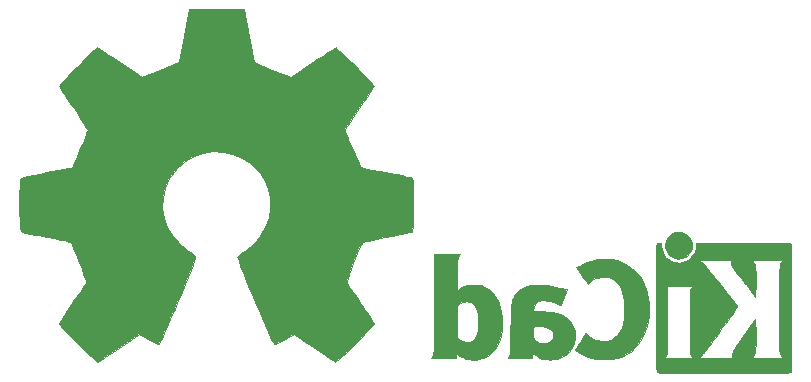
<source format=gbl>
G04 #@! TF.GenerationSoftware,KiCad,Pcbnew,(5.1.0)-1*
G04 #@! TF.CreationDate,2019-06-11T16:03:23-04:00*
G04 #@! TF.ProjectId,PSX_BREAKOUT_CASE,5053585f-4252-4454-914b-4f55545f4341,rev?*
G04 #@! TF.SameCoordinates,Original*
G04 #@! TF.FileFunction,Copper,L2,Bot*
G04 #@! TF.FilePolarity,Positive*
%FSLAX46Y46*%
G04 Gerber Fmt 4.6, Leading zero omitted, Abs format (unit mm)*
G04 Created by KiCad (PCBNEW (5.1.0)-1) date 2019-06-11 16:03:23*
%MOMM*%
%LPD*%
G04 APERTURE LIST*
%ADD10C,0.010000*%
G04 APERTURE END LIST*
D10*
G36*
X178777844Y-63319844D02*
G01*
X178572742Y-63390957D01*
X178381785Y-63502889D01*
X178211243Y-63655625D01*
X178067387Y-63849151D01*
X178002768Y-63971129D01*
X177946842Y-64141743D01*
X177919735Y-64338711D01*
X177922738Y-64541205D01*
X177956067Y-64724699D01*
X178047162Y-64948924D01*
X178179258Y-65143422D01*
X178345642Y-65304367D01*
X178539598Y-65427933D01*
X178754414Y-65510292D01*
X178983375Y-65547617D01*
X179219767Y-65536082D01*
X179336291Y-65511430D01*
X179563385Y-65423091D01*
X179765081Y-65288290D01*
X179936515Y-65111183D01*
X180072820Y-64895927D01*
X180084352Y-64872419D01*
X180124217Y-64784205D01*
X180149249Y-64709910D01*
X180162839Y-64631535D01*
X180168382Y-64531080D01*
X180169302Y-64421774D01*
X180167780Y-64290448D01*
X180160914Y-64195509D01*
X180145250Y-64118753D01*
X180117333Y-64041974D01*
X180082873Y-63966223D01*
X179954338Y-63751190D01*
X179796052Y-63577080D01*
X179614287Y-63443876D01*
X179415313Y-63351566D01*
X179205400Y-63300134D01*
X178990821Y-63289565D01*
X178777844Y-63319844D01*
X178777844Y-63319844D01*
G37*
X178777844Y-63319844D02*
X178572742Y-63390957D01*
X178381785Y-63502889D01*
X178211243Y-63655625D01*
X178067387Y-63849151D01*
X178002768Y-63971129D01*
X177946842Y-64141743D01*
X177919735Y-64338711D01*
X177922738Y-64541205D01*
X177956067Y-64724699D01*
X178047162Y-64948924D01*
X178179258Y-65143422D01*
X178345642Y-65304367D01*
X178539598Y-65427933D01*
X178754414Y-65510292D01*
X178983375Y-65547617D01*
X179219767Y-65536082D01*
X179336291Y-65511430D01*
X179563385Y-65423091D01*
X179765081Y-65288290D01*
X179936515Y-65111183D01*
X180072820Y-64895927D01*
X180084352Y-64872419D01*
X180124217Y-64784205D01*
X180149249Y-64709910D01*
X180162839Y-64631535D01*
X180168382Y-64531080D01*
X180169302Y-64421774D01*
X180167780Y-64290448D01*
X180160914Y-64195509D01*
X180145250Y-64118753D01*
X180117333Y-64041974D01*
X180082873Y-63966223D01*
X179954338Y-63751190D01*
X179796052Y-63577080D01*
X179614287Y-63443876D01*
X179415313Y-63351566D01*
X179205400Y-63300134D01*
X178990821Y-63289565D01*
X178777844Y-63319844D01*
G36*
X159744033Y-65150618D02*
G01*
X159511746Y-65151571D01*
X159432796Y-65152052D01*
X158347151Y-65159193D01*
X158333495Y-69324247D01*
X158331692Y-69889041D01*
X158330092Y-70401864D01*
X158328594Y-70865371D01*
X158327094Y-71282214D01*
X158325491Y-71655045D01*
X158323680Y-71986519D01*
X158321560Y-72279286D01*
X158319028Y-72536002D01*
X158315980Y-72759318D01*
X158312315Y-72951887D01*
X158307929Y-73116363D01*
X158302720Y-73255398D01*
X158296584Y-73371644D01*
X158289420Y-73467756D01*
X158281125Y-73546386D01*
X158271595Y-73610187D01*
X158260728Y-73661811D01*
X158248421Y-73703912D01*
X158234572Y-73739143D01*
X158219077Y-73770156D01*
X158201835Y-73799604D01*
X158182742Y-73830141D01*
X158161695Y-73864418D01*
X158157381Y-73871720D01*
X158085004Y-73995221D01*
X159131024Y-73988068D01*
X160177044Y-73980914D01*
X160190699Y-73751142D01*
X160198135Y-73640873D01*
X160205883Y-73577122D01*
X160216397Y-73551827D01*
X160232128Y-73556922D01*
X160245323Y-73571498D01*
X160302803Y-73624591D01*
X160396487Y-73692837D01*
X160513175Y-73768080D01*
X160639669Y-73842167D01*
X160762769Y-73906943D01*
X160857287Y-73949561D01*
X161078726Y-74019595D01*
X161332793Y-74069204D01*
X161600734Y-74096494D01*
X161863789Y-74099569D01*
X162103205Y-74076532D01*
X162107147Y-74075873D01*
X162434747Y-73993669D01*
X162741413Y-73862700D01*
X163024186Y-73685780D01*
X163280108Y-73465726D01*
X163506222Y-73205351D01*
X163699570Y-72907472D01*
X163857194Y-72574904D01*
X163943016Y-72328548D01*
X163999611Y-72122445D01*
X164041582Y-71922867D01*
X164070211Y-71717690D01*
X164086782Y-71494791D01*
X164092577Y-71242045D01*
X164090011Y-71035662D01*
X162074675Y-71035662D01*
X162065138Y-71381732D01*
X162035054Y-71679467D01*
X161983497Y-71931510D01*
X161909542Y-72140502D01*
X161812262Y-72309086D01*
X161690734Y-72439906D01*
X161550454Y-72532385D01*
X161477460Y-72566909D01*
X161414153Y-72587607D01*
X161343573Y-72597077D01*
X161248758Y-72597915D01*
X161146613Y-72594228D01*
X160945739Y-72576510D01*
X160786866Y-72541813D01*
X160736936Y-72524433D01*
X160622925Y-72473102D01*
X160502677Y-72408643D01*
X160450162Y-72376376D01*
X160313603Y-72286805D01*
X160313603Y-69447706D01*
X160463818Y-69357665D01*
X160673308Y-69255923D01*
X160887342Y-69195751D01*
X161098091Y-69176796D01*
X161297727Y-69198701D01*
X161478423Y-69261113D01*
X161632351Y-69363676D01*
X161682019Y-69412906D01*
X161801738Y-69574211D01*
X161898636Y-69769471D01*
X161973523Y-70002031D01*
X162027207Y-70275239D01*
X162060500Y-70592441D01*
X162074211Y-70956984D01*
X162074675Y-71035662D01*
X164090011Y-71035662D01*
X164088942Y-70949756D01*
X164065918Y-70500158D01*
X164019622Y-70094628D01*
X163948836Y-69727257D01*
X163852339Y-69392137D01*
X163728913Y-69083363D01*
X163684869Y-68991822D01*
X163507460Y-68693296D01*
X163293070Y-68428007D01*
X163046741Y-68200237D01*
X162773513Y-68014268D01*
X162478426Y-67874382D01*
X162301541Y-67816678D01*
X162127822Y-67782422D01*
X161918795Y-67762041D01*
X161691986Y-67755525D01*
X161464916Y-67762866D01*
X161255108Y-67784055D01*
X161086648Y-67817295D01*
X160886143Y-67882482D01*
X160691805Y-67966307D01*
X160521776Y-68060280D01*
X160431279Y-68124058D01*
X160368856Y-68171484D01*
X160325147Y-68200361D01*
X160315204Y-68204462D01*
X160312121Y-68178041D01*
X160309247Y-68102339D01*
X160306645Y-67982698D01*
X160304379Y-67824462D01*
X160302512Y-67632973D01*
X160301109Y-67413574D01*
X160300233Y-67171607D01*
X160299947Y-66925147D01*
X160300106Y-66609476D01*
X160300892Y-66343337D01*
X160302762Y-66121641D01*
X160306175Y-65939296D01*
X160311591Y-65791212D01*
X160319469Y-65672299D01*
X160330267Y-65577465D01*
X160344445Y-65501620D01*
X160362461Y-65439674D01*
X160384775Y-65386536D01*
X160411846Y-65337115D01*
X160444133Y-65286321D01*
X160448287Y-65280031D01*
X160489929Y-65214245D01*
X160515071Y-65169008D01*
X160518441Y-65159466D01*
X160492097Y-65156455D01*
X160416931Y-65154006D01*
X160298743Y-65152158D01*
X160143331Y-65150951D01*
X159956494Y-65150424D01*
X159744033Y-65150618D01*
X159744033Y-65150618D01*
G37*
X159744033Y-65150618D02*
X159511746Y-65151571D01*
X159432796Y-65152052D01*
X158347151Y-65159193D01*
X158333495Y-69324247D01*
X158331692Y-69889041D01*
X158330092Y-70401864D01*
X158328594Y-70865371D01*
X158327094Y-71282214D01*
X158325491Y-71655045D01*
X158323680Y-71986519D01*
X158321560Y-72279286D01*
X158319028Y-72536002D01*
X158315980Y-72759318D01*
X158312315Y-72951887D01*
X158307929Y-73116363D01*
X158302720Y-73255398D01*
X158296584Y-73371644D01*
X158289420Y-73467756D01*
X158281125Y-73546386D01*
X158271595Y-73610187D01*
X158260728Y-73661811D01*
X158248421Y-73703912D01*
X158234572Y-73739143D01*
X158219077Y-73770156D01*
X158201835Y-73799604D01*
X158182742Y-73830141D01*
X158161695Y-73864418D01*
X158157381Y-73871720D01*
X158085004Y-73995221D01*
X159131024Y-73988068D01*
X160177044Y-73980914D01*
X160190699Y-73751142D01*
X160198135Y-73640873D01*
X160205883Y-73577122D01*
X160216397Y-73551827D01*
X160232128Y-73556922D01*
X160245323Y-73571498D01*
X160302803Y-73624591D01*
X160396487Y-73692837D01*
X160513175Y-73768080D01*
X160639669Y-73842167D01*
X160762769Y-73906943D01*
X160857287Y-73949561D01*
X161078726Y-74019595D01*
X161332793Y-74069204D01*
X161600734Y-74096494D01*
X161863789Y-74099569D01*
X162103205Y-74076532D01*
X162107147Y-74075873D01*
X162434747Y-73993669D01*
X162741413Y-73862700D01*
X163024186Y-73685780D01*
X163280108Y-73465726D01*
X163506222Y-73205351D01*
X163699570Y-72907472D01*
X163857194Y-72574904D01*
X163943016Y-72328548D01*
X163999611Y-72122445D01*
X164041582Y-71922867D01*
X164070211Y-71717690D01*
X164086782Y-71494791D01*
X164092577Y-71242045D01*
X164090011Y-71035662D01*
X162074675Y-71035662D01*
X162065138Y-71381732D01*
X162035054Y-71679467D01*
X161983497Y-71931510D01*
X161909542Y-72140502D01*
X161812262Y-72309086D01*
X161690734Y-72439906D01*
X161550454Y-72532385D01*
X161477460Y-72566909D01*
X161414153Y-72587607D01*
X161343573Y-72597077D01*
X161248758Y-72597915D01*
X161146613Y-72594228D01*
X160945739Y-72576510D01*
X160786866Y-72541813D01*
X160736936Y-72524433D01*
X160622925Y-72473102D01*
X160502677Y-72408643D01*
X160450162Y-72376376D01*
X160313603Y-72286805D01*
X160313603Y-69447706D01*
X160463818Y-69357665D01*
X160673308Y-69255923D01*
X160887342Y-69195751D01*
X161098091Y-69176796D01*
X161297727Y-69198701D01*
X161478423Y-69261113D01*
X161632351Y-69363676D01*
X161682019Y-69412906D01*
X161801738Y-69574211D01*
X161898636Y-69769471D01*
X161973523Y-70002031D01*
X162027207Y-70275239D01*
X162060500Y-70592441D01*
X162074211Y-70956984D01*
X162074675Y-71035662D01*
X164090011Y-71035662D01*
X164088942Y-70949756D01*
X164065918Y-70500158D01*
X164019622Y-70094628D01*
X163948836Y-69727257D01*
X163852339Y-69392137D01*
X163728913Y-69083363D01*
X163684869Y-68991822D01*
X163507460Y-68693296D01*
X163293070Y-68428007D01*
X163046741Y-68200237D01*
X162773513Y-68014268D01*
X162478426Y-67874382D01*
X162301541Y-67816678D01*
X162127822Y-67782422D01*
X161918795Y-67762041D01*
X161691986Y-67755525D01*
X161464916Y-67762866D01*
X161255108Y-67784055D01*
X161086648Y-67817295D01*
X160886143Y-67882482D01*
X160691805Y-67966307D01*
X160521776Y-68060280D01*
X160431279Y-68124058D01*
X160368856Y-68171484D01*
X160325147Y-68200361D01*
X160315204Y-68204462D01*
X160312121Y-68178041D01*
X160309247Y-68102339D01*
X160306645Y-67982698D01*
X160304379Y-67824462D01*
X160302512Y-67632973D01*
X160301109Y-67413574D01*
X160300233Y-67171607D01*
X160299947Y-66925147D01*
X160300106Y-66609476D01*
X160300892Y-66343337D01*
X160302762Y-66121641D01*
X160306175Y-65939296D01*
X160311591Y-65791212D01*
X160319469Y-65672299D01*
X160330267Y-65577465D01*
X160344445Y-65501620D01*
X160362461Y-65439674D01*
X160384775Y-65386536D01*
X160411846Y-65337115D01*
X160444133Y-65286321D01*
X160448287Y-65280031D01*
X160489929Y-65214245D01*
X160515071Y-65169008D01*
X160518441Y-65159466D01*
X160492097Y-65156455D01*
X160416931Y-65154006D01*
X160298743Y-65152158D01*
X160143331Y-65150951D01*
X159956494Y-65150424D01*
X159744033Y-65150618D01*
G36*
X167054049Y-67751368D02*
G01*
X166918728Y-67761611D01*
X166531558Y-67813122D01*
X166188679Y-67895283D01*
X165888420Y-68009222D01*
X165629112Y-68156072D01*
X165409084Y-68336962D01*
X165226666Y-68553022D01*
X165080189Y-68805384D01*
X164973229Y-69078441D01*
X164946079Y-69165541D01*
X164922436Y-69247107D01*
X164902023Y-69327529D01*
X164884561Y-69411199D01*
X164869770Y-69502508D01*
X164857373Y-69605847D01*
X164847089Y-69725609D01*
X164838642Y-69866183D01*
X164831752Y-70031962D01*
X164826139Y-70227336D01*
X164821527Y-70456698D01*
X164817635Y-70724437D01*
X164814185Y-71034947D01*
X164810898Y-71392618D01*
X164808549Y-71673064D01*
X164792742Y-73598548D01*
X164690323Y-73783843D01*
X164641825Y-73873111D01*
X164605734Y-73942448D01*
X164588517Y-73979354D01*
X164587904Y-73981854D01*
X164614220Y-73984715D01*
X164689189Y-73987351D01*
X164806839Y-73989689D01*
X164961200Y-73991653D01*
X165146300Y-73993170D01*
X165356168Y-73994165D01*
X165584833Y-73994565D01*
X165612097Y-73994570D01*
X166636291Y-73994570D01*
X166636291Y-73762419D01*
X166638037Y-73657507D01*
X166642698Y-73577271D01*
X166649404Y-73534251D01*
X166652368Y-73530269D01*
X166679477Y-73546950D01*
X166735269Y-73590731D01*
X166807785Y-73652216D01*
X166809411Y-73653638D01*
X166941743Y-73752160D01*
X167108867Y-73851089D01*
X167291900Y-73940706D01*
X167471957Y-74011293D01*
X167551237Y-74035414D01*
X167709009Y-74066051D01*
X167902603Y-74085602D01*
X168114296Y-74093787D01*
X168326368Y-74090327D01*
X168521096Y-74074945D01*
X168657366Y-74052811D01*
X168991546Y-73954676D01*
X169292397Y-73814819D01*
X169557961Y-73634974D01*
X169786279Y-73416876D01*
X169975394Y-73162261D01*
X170123347Y-72872864D01*
X170187175Y-72697258D01*
X170227177Y-72526576D01*
X170253687Y-72321678D01*
X170265953Y-72101464D01*
X170265550Y-72069420D01*
X168418388Y-72069420D01*
X168403070Y-72233053D01*
X168352065Y-72369042D01*
X168257796Y-72495208D01*
X168221589Y-72532203D01*
X168092880Y-72632221D01*
X167944115Y-72696294D01*
X167765887Y-72727309D01*
X167578202Y-72729593D01*
X167400186Y-72714514D01*
X167263888Y-72685021D01*
X167204694Y-72662869D01*
X167098005Y-72602496D01*
X166984963Y-72517589D01*
X166881825Y-72422295D01*
X166804849Y-72330760D01*
X166784409Y-72297181D01*
X166768519Y-72250157D01*
X166757222Y-72175333D01*
X166749991Y-72065560D01*
X166746300Y-71913692D01*
X166745538Y-71769155D01*
X166746054Y-71600644D01*
X166748140Y-71478799D01*
X166752598Y-71395666D01*
X166760235Y-71343292D01*
X166771854Y-71313726D01*
X166788260Y-71299013D01*
X166793334Y-71296670D01*
X166837430Y-71289453D01*
X166924400Y-71283550D01*
X167042500Y-71279493D01*
X167179986Y-71277815D01*
X167209839Y-71277813D01*
X167393614Y-71280746D01*
X167535593Y-71289469D01*
X167648409Y-71305177D01*
X167741598Y-71328118D01*
X167972754Y-71415535D01*
X168154027Y-71523010D01*
X168286986Y-71652262D01*
X168373199Y-71805010D01*
X168414238Y-71982972D01*
X168418388Y-72069420D01*
X170265550Y-72069420D01*
X170263224Y-71884834D01*
X170244748Y-71690689D01*
X170230336Y-71612252D01*
X170138310Y-71321017D01*
X169998377Y-71053054D01*
X169813177Y-70810932D01*
X169585352Y-70597221D01*
X169317543Y-70414492D01*
X169012393Y-70265314D01*
X168752957Y-70174727D01*
X168579566Y-70127136D01*
X168413718Y-70090155D01*
X168244671Y-70062585D01*
X168061683Y-70043224D01*
X167854011Y-70030871D01*
X167610913Y-70024326D01*
X167391128Y-70022483D01*
X166739406Y-70020699D01*
X166751891Y-69824798D01*
X166787343Y-69612243D01*
X166862759Y-69429543D01*
X166974927Y-69281262D01*
X167120636Y-69171960D01*
X167248936Y-69118624D01*
X167432765Y-69085010D01*
X167651606Y-69080183D01*
X167895200Y-69102363D01*
X168153290Y-69149772D01*
X168415615Y-69220629D01*
X168671918Y-69313155D01*
X168858176Y-69397778D01*
X168947789Y-69441231D01*
X169016142Y-69471580D01*
X169050903Y-69483423D01*
X169052789Y-69483043D01*
X169064785Y-69456518D01*
X169094738Y-69386210D01*
X169139830Y-69278855D01*
X169197243Y-69141190D01*
X169264158Y-68979949D01*
X169332176Y-68815395D01*
X169604103Y-68156328D01*
X169410681Y-68124559D01*
X169326846Y-68108619D01*
X169200817Y-68081847D01*
X169043392Y-68046673D01*
X168865367Y-68005528D01*
X168677537Y-67960842D01*
X168602742Y-67942683D01*
X168279162Y-67867631D01*
X167995868Y-67811362D01*
X167742285Y-67772738D01*
X167507838Y-67750623D01*
X167281951Y-67743878D01*
X167054049Y-67751368D01*
X167054049Y-67751368D01*
G37*
X167054049Y-67751368D02*
X166918728Y-67761611D01*
X166531558Y-67813122D01*
X166188679Y-67895283D01*
X165888420Y-68009222D01*
X165629112Y-68156072D01*
X165409084Y-68336962D01*
X165226666Y-68553022D01*
X165080189Y-68805384D01*
X164973229Y-69078441D01*
X164946079Y-69165541D01*
X164922436Y-69247107D01*
X164902023Y-69327529D01*
X164884561Y-69411199D01*
X164869770Y-69502508D01*
X164857373Y-69605847D01*
X164847089Y-69725609D01*
X164838642Y-69866183D01*
X164831752Y-70031962D01*
X164826139Y-70227336D01*
X164821527Y-70456698D01*
X164817635Y-70724437D01*
X164814185Y-71034947D01*
X164810898Y-71392618D01*
X164808549Y-71673064D01*
X164792742Y-73598548D01*
X164690323Y-73783843D01*
X164641825Y-73873111D01*
X164605734Y-73942448D01*
X164588517Y-73979354D01*
X164587904Y-73981854D01*
X164614220Y-73984715D01*
X164689189Y-73987351D01*
X164806839Y-73989689D01*
X164961200Y-73991653D01*
X165146300Y-73993170D01*
X165356168Y-73994165D01*
X165584833Y-73994565D01*
X165612097Y-73994570D01*
X166636291Y-73994570D01*
X166636291Y-73762419D01*
X166638037Y-73657507D01*
X166642698Y-73577271D01*
X166649404Y-73534251D01*
X166652368Y-73530269D01*
X166679477Y-73546950D01*
X166735269Y-73590731D01*
X166807785Y-73652216D01*
X166809411Y-73653638D01*
X166941743Y-73752160D01*
X167108867Y-73851089D01*
X167291900Y-73940706D01*
X167471957Y-74011293D01*
X167551237Y-74035414D01*
X167709009Y-74066051D01*
X167902603Y-74085602D01*
X168114296Y-74093787D01*
X168326368Y-74090327D01*
X168521096Y-74074945D01*
X168657366Y-74052811D01*
X168991546Y-73954676D01*
X169292397Y-73814819D01*
X169557961Y-73634974D01*
X169786279Y-73416876D01*
X169975394Y-73162261D01*
X170123347Y-72872864D01*
X170187175Y-72697258D01*
X170227177Y-72526576D01*
X170253687Y-72321678D01*
X170265953Y-72101464D01*
X170265550Y-72069420D01*
X168418388Y-72069420D01*
X168403070Y-72233053D01*
X168352065Y-72369042D01*
X168257796Y-72495208D01*
X168221589Y-72532203D01*
X168092880Y-72632221D01*
X167944115Y-72696294D01*
X167765887Y-72727309D01*
X167578202Y-72729593D01*
X167400186Y-72714514D01*
X167263888Y-72685021D01*
X167204694Y-72662869D01*
X167098005Y-72602496D01*
X166984963Y-72517589D01*
X166881825Y-72422295D01*
X166804849Y-72330760D01*
X166784409Y-72297181D01*
X166768519Y-72250157D01*
X166757222Y-72175333D01*
X166749991Y-72065560D01*
X166746300Y-71913692D01*
X166745538Y-71769155D01*
X166746054Y-71600644D01*
X166748140Y-71478799D01*
X166752598Y-71395666D01*
X166760235Y-71343292D01*
X166771854Y-71313726D01*
X166788260Y-71299013D01*
X166793334Y-71296670D01*
X166837430Y-71289453D01*
X166924400Y-71283550D01*
X167042500Y-71279493D01*
X167179986Y-71277815D01*
X167209839Y-71277813D01*
X167393614Y-71280746D01*
X167535593Y-71289469D01*
X167648409Y-71305177D01*
X167741598Y-71328118D01*
X167972754Y-71415535D01*
X168154027Y-71523010D01*
X168286986Y-71652262D01*
X168373199Y-71805010D01*
X168414238Y-71982972D01*
X168418388Y-72069420D01*
X170265550Y-72069420D01*
X170263224Y-71884834D01*
X170244748Y-71690689D01*
X170230336Y-71612252D01*
X170138310Y-71321017D01*
X169998377Y-71053054D01*
X169813177Y-70810932D01*
X169585352Y-70597221D01*
X169317543Y-70414492D01*
X169012393Y-70265314D01*
X168752957Y-70174727D01*
X168579566Y-70127136D01*
X168413718Y-70090155D01*
X168244671Y-70062585D01*
X168061683Y-70043224D01*
X167854011Y-70030871D01*
X167610913Y-70024326D01*
X167391128Y-70022483D01*
X166739406Y-70020699D01*
X166751891Y-69824798D01*
X166787343Y-69612243D01*
X166862759Y-69429543D01*
X166974927Y-69281262D01*
X167120636Y-69171960D01*
X167248936Y-69118624D01*
X167432765Y-69085010D01*
X167651606Y-69080183D01*
X167895200Y-69102363D01*
X168153290Y-69149772D01*
X168415615Y-69220629D01*
X168671918Y-69313155D01*
X168858176Y-69397778D01*
X168947789Y-69441231D01*
X169016142Y-69471580D01*
X169050903Y-69483423D01*
X169052789Y-69483043D01*
X169064785Y-69456518D01*
X169094738Y-69386210D01*
X169139830Y-69278855D01*
X169197243Y-69141190D01*
X169264158Y-68979949D01*
X169332176Y-68815395D01*
X169604103Y-68156328D01*
X169410681Y-68124559D01*
X169326846Y-68108619D01*
X169200817Y-68081847D01*
X169043392Y-68046673D01*
X168865367Y-68005528D01*
X168677537Y-67960842D01*
X168602742Y-67942683D01*
X168279162Y-67867631D01*
X167995868Y-67811362D01*
X167742285Y-67772738D01*
X167507838Y-67750623D01*
X167281951Y-67743878D01*
X167054049Y-67751368D01*
G36*
X172479807Y-65555777D02*
G01*
X172185294Y-65588019D01*
X171899961Y-65645729D01*
X171612200Y-65731917D01*
X171310404Y-65849593D01*
X170982966Y-66001767D01*
X170923999Y-66031243D01*
X170788676Y-66097910D01*
X170661049Y-66157939D01*
X170553713Y-66205599D01*
X170479264Y-66235155D01*
X170467827Y-66238876D01*
X170358226Y-66271714D01*
X170848845Y-66985453D01*
X170968794Y-67159895D01*
X171078461Y-67319270D01*
X171174117Y-67458168D01*
X171252031Y-67571178D01*
X171308475Y-67652890D01*
X171339719Y-67697891D01*
X171344795Y-67705018D01*
X171365412Y-67690117D01*
X171416161Y-67645320D01*
X171487966Y-67578765D01*
X171527594Y-67541147D01*
X171752118Y-67362568D01*
X172004274Y-67226868D01*
X172221560Y-67152537D01*
X172351993Y-67129193D01*
X172515307Y-67114967D01*
X172692293Y-67110124D01*
X172863744Y-67114926D01*
X173010452Y-67129638D01*
X173068993Y-67140905D01*
X173332853Y-67231685D01*
X173570622Y-67370296D01*
X173782124Y-67556485D01*
X173967184Y-67789999D01*
X174125625Y-68070584D01*
X174257271Y-68397987D01*
X174361946Y-68771955D01*
X174424155Y-69092097D01*
X174440386Y-69233426D01*
X174451444Y-69416004D01*
X174457437Y-69626709D01*
X174458473Y-69852422D01*
X174454657Y-70080022D01*
X174446097Y-70296389D01*
X174432899Y-70488402D01*
X174415170Y-70642943D01*
X174411333Y-70666786D01*
X174326749Y-71050860D01*
X174211505Y-71390783D01*
X174064897Y-71688078D01*
X173886226Y-71944268D01*
X173759400Y-72082775D01*
X173531475Y-72270828D01*
X173281512Y-72410220D01*
X173013730Y-72500195D01*
X172732344Y-72539994D01*
X172441571Y-72528857D01*
X172145627Y-72466026D01*
X171970660Y-72404547D01*
X171728534Y-72281436D01*
X171478980Y-72104837D01*
X171339191Y-71985412D01*
X171260699Y-71916291D01*
X171199030Y-71865579D01*
X171163928Y-71841144D01*
X171159570Y-71840398D01*
X171143903Y-71865367D01*
X171103308Y-71931348D01*
X171041243Y-72032685D01*
X170961167Y-72163721D01*
X170866538Y-72318800D01*
X170760814Y-72492265D01*
X170701967Y-72588896D01*
X170252474Y-73327201D01*
X170813683Y-73604549D01*
X171016596Y-73704172D01*
X171180973Y-73782729D01*
X171316861Y-73844122D01*
X171434309Y-73892253D01*
X171543364Y-73931023D01*
X171654074Y-73964333D01*
X171776487Y-73996086D01*
X171893818Y-74023969D01*
X171998105Y-74045546D01*
X172107168Y-74061851D01*
X172231927Y-74073791D01*
X172383297Y-74082270D01*
X172572199Y-74088192D01*
X172699517Y-74090749D01*
X172881177Y-74092494D01*
X173055367Y-74091614D01*
X173210557Y-74088360D01*
X173335223Y-74082984D01*
X173417834Y-74075735D01*
X173422730Y-74075012D01*
X173851709Y-73982205D01*
X174254551Y-73841449D01*
X174631112Y-73652839D01*
X174981252Y-73416466D01*
X175304828Y-73132424D01*
X175601700Y-72800805D01*
X175816701Y-72506075D01*
X176045589Y-72120298D01*
X176230611Y-71712895D01*
X176372662Y-71280600D01*
X176472636Y-70820146D01*
X176531428Y-70328267D01*
X176549951Y-69828799D01*
X176534717Y-69345634D01*
X176486844Y-68899842D01*
X176404811Y-68483905D01*
X176287097Y-68090304D01*
X176132181Y-67711518D01*
X176113683Y-67672275D01*
X175909894Y-67305440D01*
X175659598Y-66956360D01*
X175369885Y-66632260D01*
X175047846Y-66340366D01*
X174700574Y-66087904D01*
X174376987Y-65902714D01*
X174050096Y-65757670D01*
X173722511Y-65652603D01*
X173381552Y-65584653D01*
X173014535Y-65550960D01*
X172795108Y-65545992D01*
X172479807Y-65555777D01*
X172479807Y-65555777D01*
G37*
X172479807Y-65555777D02*
X172185294Y-65588019D01*
X171899961Y-65645729D01*
X171612200Y-65731917D01*
X171310404Y-65849593D01*
X170982966Y-66001767D01*
X170923999Y-66031243D01*
X170788676Y-66097910D01*
X170661049Y-66157939D01*
X170553713Y-66205599D01*
X170479264Y-66235155D01*
X170467827Y-66238876D01*
X170358226Y-66271714D01*
X170848845Y-66985453D01*
X170968794Y-67159895D01*
X171078461Y-67319270D01*
X171174117Y-67458168D01*
X171252031Y-67571178D01*
X171308475Y-67652890D01*
X171339719Y-67697891D01*
X171344795Y-67705018D01*
X171365412Y-67690117D01*
X171416161Y-67645320D01*
X171487966Y-67578765D01*
X171527594Y-67541147D01*
X171752118Y-67362568D01*
X172004274Y-67226868D01*
X172221560Y-67152537D01*
X172351993Y-67129193D01*
X172515307Y-67114967D01*
X172692293Y-67110124D01*
X172863744Y-67114926D01*
X173010452Y-67129638D01*
X173068993Y-67140905D01*
X173332853Y-67231685D01*
X173570622Y-67370296D01*
X173782124Y-67556485D01*
X173967184Y-67789999D01*
X174125625Y-68070584D01*
X174257271Y-68397987D01*
X174361946Y-68771955D01*
X174424155Y-69092097D01*
X174440386Y-69233426D01*
X174451444Y-69416004D01*
X174457437Y-69626709D01*
X174458473Y-69852422D01*
X174454657Y-70080022D01*
X174446097Y-70296389D01*
X174432899Y-70488402D01*
X174415170Y-70642943D01*
X174411333Y-70666786D01*
X174326749Y-71050860D01*
X174211505Y-71390783D01*
X174064897Y-71688078D01*
X173886226Y-71944268D01*
X173759400Y-72082775D01*
X173531475Y-72270828D01*
X173281512Y-72410220D01*
X173013730Y-72500195D01*
X172732344Y-72539994D01*
X172441571Y-72528857D01*
X172145627Y-72466026D01*
X171970660Y-72404547D01*
X171728534Y-72281436D01*
X171478980Y-72104837D01*
X171339191Y-71985412D01*
X171260699Y-71916291D01*
X171199030Y-71865579D01*
X171163928Y-71841144D01*
X171159570Y-71840398D01*
X171143903Y-71865367D01*
X171103308Y-71931348D01*
X171041243Y-72032685D01*
X170961167Y-72163721D01*
X170866538Y-72318800D01*
X170760814Y-72492265D01*
X170701967Y-72588896D01*
X170252474Y-73327201D01*
X170813683Y-73604549D01*
X171016596Y-73704172D01*
X171180973Y-73782729D01*
X171316861Y-73844122D01*
X171434309Y-73892253D01*
X171543364Y-73931023D01*
X171654074Y-73964333D01*
X171776487Y-73996086D01*
X171893818Y-74023969D01*
X171998105Y-74045546D01*
X172107168Y-74061851D01*
X172231927Y-74073791D01*
X172383297Y-74082270D01*
X172572199Y-74088192D01*
X172699517Y-74090749D01*
X172881177Y-74092494D01*
X173055367Y-74091614D01*
X173210557Y-74088360D01*
X173335223Y-74082984D01*
X173417834Y-74075735D01*
X173422730Y-74075012D01*
X173851709Y-73982205D01*
X174254551Y-73841449D01*
X174631112Y-73652839D01*
X174981252Y-73416466D01*
X175304828Y-73132424D01*
X175601700Y-72800805D01*
X175816701Y-72506075D01*
X176045589Y-72120298D01*
X176230611Y-71712895D01*
X176372662Y-71280600D01*
X176472636Y-70820146D01*
X176531428Y-70328267D01*
X176549951Y-69828799D01*
X176534717Y-69345634D01*
X176486844Y-68899842D01*
X176404811Y-68483905D01*
X176287097Y-68090304D01*
X176132181Y-67711518D01*
X176113683Y-67672275D01*
X175909894Y-67305440D01*
X175659598Y-66956360D01*
X175369885Y-66632260D01*
X175047846Y-66340366D01*
X174700574Y-66087904D01*
X174376987Y-65902714D01*
X174050096Y-65757670D01*
X173722511Y-65652603D01*
X173381552Y-65584653D01*
X173014535Y-65550960D01*
X172795108Y-65545992D01*
X172479807Y-65555777D01*
G36*
X185202446Y-64189541D02*
G01*
X184676244Y-64189613D01*
X184431303Y-64189623D01*
X180510699Y-64189623D01*
X180510699Y-64420734D01*
X180486032Y-64701976D01*
X180411584Y-64961359D01*
X180286686Y-65200424D01*
X180110670Y-65420714D01*
X180051118Y-65480210D01*
X179836895Y-65648971D01*
X179600690Y-65772052D01*
X179349517Y-65849510D01*
X179090393Y-65881399D01*
X178830333Y-65867776D01*
X178576353Y-65808697D01*
X178335469Y-65704217D01*
X178114696Y-65554393D01*
X178015543Y-65464001D01*
X177830773Y-65242376D01*
X177695284Y-64998661D01*
X177610256Y-64735643D01*
X177576872Y-64456106D01*
X177576428Y-64428606D01*
X177574678Y-64189632D01*
X177469645Y-64189628D01*
X177376470Y-64202273D01*
X177291356Y-64233040D01*
X177285731Y-64236219D01*
X177266508Y-64246194D01*
X177248855Y-64253962D01*
X177232708Y-64261787D01*
X177218005Y-64271930D01*
X177204681Y-64286655D01*
X177192672Y-64308225D01*
X177181915Y-64338901D01*
X177172346Y-64380947D01*
X177163901Y-64436626D01*
X177156516Y-64508199D01*
X177150127Y-64597930D01*
X177144671Y-64708082D01*
X177140084Y-64840916D01*
X177136302Y-64998696D01*
X177133260Y-65183684D01*
X177130897Y-65398144D01*
X177129147Y-65644337D01*
X177127947Y-65924527D01*
X177127232Y-66240975D01*
X177126940Y-66595946D01*
X177127007Y-66991700D01*
X177127368Y-67430502D01*
X177127960Y-67914614D01*
X177128719Y-68446298D01*
X177129581Y-69027817D01*
X177130482Y-69661433D01*
X177130587Y-69738629D01*
X177131395Y-70376287D01*
X177132081Y-70961582D01*
X177132717Y-71496778D01*
X177133376Y-71984136D01*
X177134131Y-72425917D01*
X177135053Y-72824382D01*
X177136216Y-73181795D01*
X177137693Y-73500415D01*
X177139555Y-73782506D01*
X177141876Y-74030328D01*
X177144729Y-74246143D01*
X177148185Y-74432213D01*
X177152318Y-74590800D01*
X177157200Y-74724164D01*
X177162904Y-74834569D01*
X177169502Y-74924275D01*
X177177068Y-74995544D01*
X177185673Y-75050638D01*
X177195390Y-75091818D01*
X177206293Y-75121346D01*
X177218453Y-75141484D01*
X177231943Y-75154493D01*
X177246837Y-75162636D01*
X177263206Y-75168173D01*
X177281123Y-75173366D01*
X177300661Y-75180477D01*
X177305434Y-75182642D01*
X177320434Y-75187506D01*
X177345541Y-75191976D01*
X177382946Y-75196066D01*
X177434842Y-75199793D01*
X177503420Y-75203173D01*
X177590873Y-75206221D01*
X177699394Y-75208954D01*
X177831174Y-75211387D01*
X177988406Y-75213537D01*
X178173281Y-75215419D01*
X178387993Y-75217049D01*
X178634734Y-75218443D01*
X178915694Y-75219617D01*
X179233068Y-75220587D01*
X179589047Y-75221369D01*
X179985822Y-75221979D01*
X180425588Y-75222432D01*
X180910535Y-75222745D01*
X181442856Y-75222934D01*
X182024743Y-75223013D01*
X182658389Y-75223000D01*
X182863644Y-75222980D01*
X183511347Y-75222876D01*
X184106644Y-75222706D01*
X184651755Y-75222453D01*
X185148897Y-75222098D01*
X185600290Y-75221626D01*
X186008151Y-75221018D01*
X186374700Y-75220258D01*
X186702154Y-75219327D01*
X186992732Y-75218209D01*
X187248652Y-75216886D01*
X187472133Y-75215341D01*
X187665394Y-75213557D01*
X187830652Y-75211516D01*
X187970127Y-75209201D01*
X188086037Y-75206594D01*
X188180600Y-75203678D01*
X188256034Y-75200436D01*
X188314558Y-75196851D01*
X188358391Y-75192905D01*
X188389752Y-75188581D01*
X188410857Y-75183862D01*
X188422363Y-75179540D01*
X188442812Y-75170916D01*
X188461587Y-75164557D01*
X188478760Y-75158203D01*
X188494402Y-75149597D01*
X188508584Y-75136480D01*
X188521377Y-75116594D01*
X188532852Y-75087679D01*
X188543080Y-75047479D01*
X188552133Y-74993733D01*
X188560080Y-74924185D01*
X188566994Y-74836574D01*
X188572945Y-74728644D01*
X188578005Y-74598135D01*
X188582245Y-74442789D01*
X188585735Y-74260348D01*
X188588547Y-74048553D01*
X188589283Y-73967258D01*
X187860361Y-73967258D01*
X185283987Y-73967258D01*
X185333561Y-73892150D01*
X185382878Y-73814968D01*
X185424640Y-73741469D01*
X185459441Y-73666512D01*
X185487877Y-73584953D01*
X185510540Y-73491648D01*
X185528025Y-73381453D01*
X185540926Y-73249225D01*
X185549837Y-73089820D01*
X185555352Y-72898095D01*
X185558064Y-72668907D01*
X185558569Y-72397112D01*
X185557459Y-72077566D01*
X185556830Y-71958932D01*
X185549732Y-70687123D01*
X184744033Y-71784010D01*
X184515779Y-72095183D01*
X184318025Y-72366143D01*
X184148635Y-72600478D01*
X184005473Y-72801780D01*
X183886405Y-72973637D01*
X183789295Y-73119640D01*
X183712007Y-73243378D01*
X183652407Y-73348441D01*
X183608359Y-73438420D01*
X183577728Y-73516903D01*
X183558378Y-73587480D01*
X183548175Y-73653742D01*
X183544983Y-73719277D01*
X183546667Y-73787677D01*
X183547097Y-73796274D01*
X183555968Y-73967372D01*
X182144236Y-73967315D01*
X180732505Y-73967258D01*
X180942516Y-73755500D01*
X180999504Y-73697582D01*
X181053566Y-73641225D01*
X181107076Y-73583322D01*
X181162404Y-73520764D01*
X181221925Y-73450443D01*
X181288011Y-73369251D01*
X181363034Y-73274081D01*
X181449367Y-73161823D01*
X181549383Y-73029370D01*
X181665454Y-72873614D01*
X181799952Y-72691446D01*
X181955251Y-72479760D01*
X182133722Y-72235446D01*
X182337740Y-71955397D01*
X182569675Y-71636504D01*
X182759782Y-71374920D01*
X182998372Y-71046292D01*
X183206508Y-70758957D01*
X183386075Y-70510187D01*
X183538957Y-70297254D01*
X183667041Y-70117430D01*
X183772212Y-69967986D01*
X183856355Y-69846196D01*
X183921357Y-69749331D01*
X183969103Y-69674662D01*
X184001477Y-69619463D01*
X184020366Y-69581004D01*
X184027655Y-69556559D01*
X184025464Y-69543706D01*
X183998913Y-69509504D01*
X183941508Y-69437108D01*
X183856713Y-69330820D01*
X183747992Y-69194945D01*
X183618808Y-69033784D01*
X183472626Y-68851643D01*
X183312909Y-68652822D01*
X183143121Y-68441627D01*
X182966726Y-68222359D01*
X182787187Y-67999323D01*
X182688435Y-67876720D01*
X180236548Y-67876720D01*
X180032742Y-68245430D01*
X180032742Y-73598548D01*
X180236548Y-73967258D01*
X179031111Y-73967258D01*
X178743341Y-73967174D01*
X178505647Y-73966797D01*
X178313482Y-73965935D01*
X178162298Y-73964400D01*
X178047548Y-73962000D01*
X177964685Y-73958546D01*
X177909162Y-73953849D01*
X177876430Y-73947717D01*
X177861943Y-73939961D01*
X177861153Y-73930391D01*
X177869513Y-73918817D01*
X177869599Y-73918721D01*
X177904036Y-73868907D01*
X177949637Y-73787910D01*
X177989908Y-73707055D01*
X178066291Y-73543925D01*
X178074081Y-70710322D01*
X178081871Y-67876720D01*
X180236548Y-67876720D01*
X182688435Y-67876720D01*
X182607969Y-67776821D01*
X182432536Y-67559157D01*
X182264350Y-67350633D01*
X182106877Y-67155554D01*
X181963579Y-66978221D01*
X181837921Y-66822939D01*
X181733366Y-66694010D01*
X181653379Y-66595738D01*
X181606398Y-66538441D01*
X181423963Y-66324180D01*
X181248452Y-66130830D01*
X181086016Y-65964720D01*
X180942805Y-65832180D01*
X180841171Y-65750921D01*
X180720998Y-65664462D01*
X183484840Y-65664462D01*
X183484064Y-65826646D01*
X183491788Y-65945883D01*
X183520828Y-66056426D01*
X183565782Y-66161216D01*
X183595004Y-66220416D01*
X183626423Y-66279074D01*
X183662909Y-66341086D01*
X183707331Y-66410345D01*
X183762561Y-66490746D01*
X183831469Y-66586181D01*
X183916923Y-66700547D01*
X184021796Y-66837735D01*
X184148955Y-67001642D01*
X184301273Y-67196160D01*
X184481618Y-67425185D01*
X184692862Y-67692609D01*
X184716721Y-67722783D01*
X185549732Y-68776195D01*
X185557796Y-67609522D01*
X185559420Y-67260069D01*
X185559074Y-66964230D01*
X185556742Y-66721030D01*
X185552407Y-66529493D01*
X185546051Y-66388644D01*
X185537659Y-66297508D01*
X185534838Y-66280220D01*
X185490584Y-66098117D01*
X185432602Y-65933950D01*
X185366437Y-65801954D01*
X185326687Y-65745972D01*
X185258102Y-65664462D01*
X186559453Y-65664462D01*
X186869885Y-65664728D01*
X187129477Y-65665591D01*
X187342014Y-65667154D01*
X187511276Y-65669517D01*
X187641048Y-65672780D01*
X187735111Y-65677045D01*
X187797248Y-65682413D01*
X187831241Y-65688983D01*
X187840874Y-65696858D01*
X187840208Y-65698602D01*
X187812620Y-65740243D01*
X187766564Y-65806248D01*
X187742735Y-65839631D01*
X187718099Y-65872944D01*
X187695955Y-65902734D01*
X187676164Y-65931933D01*
X187658586Y-65963474D01*
X187643081Y-66000286D01*
X187629511Y-66045303D01*
X187617736Y-66101455D01*
X187607616Y-66171675D01*
X187599013Y-66258894D01*
X187591786Y-66366043D01*
X187585796Y-66496055D01*
X187580904Y-66651861D01*
X187576971Y-66836393D01*
X187573857Y-67052581D01*
X187571422Y-67303359D01*
X187569527Y-67591658D01*
X187568033Y-67920409D01*
X187566801Y-68292543D01*
X187565690Y-68710994D01*
X187564562Y-69178691D01*
X187563508Y-69608354D01*
X187562512Y-70087353D01*
X187561994Y-70544362D01*
X187561941Y-70976464D01*
X187562338Y-71380738D01*
X187563172Y-71754265D01*
X187564429Y-72094127D01*
X187566094Y-72397404D01*
X187568156Y-72661177D01*
X187570599Y-72882527D01*
X187573410Y-73058535D01*
X187576576Y-73186283D01*
X187580082Y-73262849D01*
X187580745Y-73270941D01*
X187604905Y-73456568D01*
X187642624Y-73605647D01*
X187700064Y-73735750D01*
X187783389Y-73864452D01*
X187793811Y-73878494D01*
X187860361Y-73967258D01*
X188589283Y-73967258D01*
X188590752Y-73805145D01*
X188592421Y-73527867D01*
X188593625Y-73214459D01*
X188594435Y-72862664D01*
X188594922Y-72470223D01*
X188595156Y-72034877D01*
X188595211Y-71554368D01*
X188595156Y-71026438D01*
X188595062Y-70448828D01*
X188595002Y-69819279D01*
X188595000Y-69694301D01*
X188594965Y-69058122D01*
X188594847Y-68474325D01*
X188594628Y-67940668D01*
X188594292Y-67454909D01*
X188593822Y-67014805D01*
X188593198Y-66618116D01*
X188592406Y-66262599D01*
X188591426Y-65946012D01*
X188590242Y-65666113D01*
X188588836Y-65420661D01*
X188587190Y-65207413D01*
X188585288Y-65024128D01*
X188583113Y-64868564D01*
X188580645Y-64738478D01*
X188577869Y-64631629D01*
X188574767Y-64545775D01*
X188571321Y-64478674D01*
X188567515Y-64428084D01*
X188563330Y-64391764D01*
X188558749Y-64367470D01*
X188553755Y-64352962D01*
X188553570Y-64352600D01*
X188543285Y-64330437D01*
X188534718Y-64310372D01*
X188525241Y-64292301D01*
X188512226Y-64276121D01*
X188493043Y-64261726D01*
X188465065Y-64249014D01*
X188425663Y-64237880D01*
X188372208Y-64228221D01*
X188302071Y-64219932D01*
X188212624Y-64212910D01*
X188101238Y-64207050D01*
X187965284Y-64202250D01*
X187802135Y-64198404D01*
X187609161Y-64195409D01*
X187383733Y-64193161D01*
X187123224Y-64191556D01*
X186825004Y-64190491D01*
X186486445Y-64189860D01*
X186104918Y-64189561D01*
X185677794Y-64189490D01*
X185202446Y-64189541D01*
X185202446Y-64189541D01*
G37*
X185202446Y-64189541D02*
X184676244Y-64189613D01*
X184431303Y-64189623D01*
X180510699Y-64189623D01*
X180510699Y-64420734D01*
X180486032Y-64701976D01*
X180411584Y-64961359D01*
X180286686Y-65200424D01*
X180110670Y-65420714D01*
X180051118Y-65480210D01*
X179836895Y-65648971D01*
X179600690Y-65772052D01*
X179349517Y-65849510D01*
X179090393Y-65881399D01*
X178830333Y-65867776D01*
X178576353Y-65808697D01*
X178335469Y-65704217D01*
X178114696Y-65554393D01*
X178015543Y-65464001D01*
X177830773Y-65242376D01*
X177695284Y-64998661D01*
X177610256Y-64735643D01*
X177576872Y-64456106D01*
X177576428Y-64428606D01*
X177574678Y-64189632D01*
X177469645Y-64189628D01*
X177376470Y-64202273D01*
X177291356Y-64233040D01*
X177285731Y-64236219D01*
X177266508Y-64246194D01*
X177248855Y-64253962D01*
X177232708Y-64261787D01*
X177218005Y-64271930D01*
X177204681Y-64286655D01*
X177192672Y-64308225D01*
X177181915Y-64338901D01*
X177172346Y-64380947D01*
X177163901Y-64436626D01*
X177156516Y-64508199D01*
X177150127Y-64597930D01*
X177144671Y-64708082D01*
X177140084Y-64840916D01*
X177136302Y-64998696D01*
X177133260Y-65183684D01*
X177130897Y-65398144D01*
X177129147Y-65644337D01*
X177127947Y-65924527D01*
X177127232Y-66240975D01*
X177126940Y-66595946D01*
X177127007Y-66991700D01*
X177127368Y-67430502D01*
X177127960Y-67914614D01*
X177128719Y-68446298D01*
X177129581Y-69027817D01*
X177130482Y-69661433D01*
X177130587Y-69738629D01*
X177131395Y-70376287D01*
X177132081Y-70961582D01*
X177132717Y-71496778D01*
X177133376Y-71984136D01*
X177134131Y-72425917D01*
X177135053Y-72824382D01*
X177136216Y-73181795D01*
X177137693Y-73500415D01*
X177139555Y-73782506D01*
X177141876Y-74030328D01*
X177144729Y-74246143D01*
X177148185Y-74432213D01*
X177152318Y-74590800D01*
X177157200Y-74724164D01*
X177162904Y-74834569D01*
X177169502Y-74924275D01*
X177177068Y-74995544D01*
X177185673Y-75050638D01*
X177195390Y-75091818D01*
X177206293Y-75121346D01*
X177218453Y-75141484D01*
X177231943Y-75154493D01*
X177246837Y-75162636D01*
X177263206Y-75168173D01*
X177281123Y-75173366D01*
X177300661Y-75180477D01*
X177305434Y-75182642D01*
X177320434Y-75187506D01*
X177345541Y-75191976D01*
X177382946Y-75196066D01*
X177434842Y-75199793D01*
X177503420Y-75203173D01*
X177590873Y-75206221D01*
X177699394Y-75208954D01*
X177831174Y-75211387D01*
X177988406Y-75213537D01*
X178173281Y-75215419D01*
X178387993Y-75217049D01*
X178634734Y-75218443D01*
X178915694Y-75219617D01*
X179233068Y-75220587D01*
X179589047Y-75221369D01*
X179985822Y-75221979D01*
X180425588Y-75222432D01*
X180910535Y-75222745D01*
X181442856Y-75222934D01*
X182024743Y-75223013D01*
X182658389Y-75223000D01*
X182863644Y-75222980D01*
X183511347Y-75222876D01*
X184106644Y-75222706D01*
X184651755Y-75222453D01*
X185148897Y-75222098D01*
X185600290Y-75221626D01*
X186008151Y-75221018D01*
X186374700Y-75220258D01*
X186702154Y-75219327D01*
X186992732Y-75218209D01*
X187248652Y-75216886D01*
X187472133Y-75215341D01*
X187665394Y-75213557D01*
X187830652Y-75211516D01*
X187970127Y-75209201D01*
X188086037Y-75206594D01*
X188180600Y-75203678D01*
X188256034Y-75200436D01*
X188314558Y-75196851D01*
X188358391Y-75192905D01*
X188389752Y-75188581D01*
X188410857Y-75183862D01*
X188422363Y-75179540D01*
X188442812Y-75170916D01*
X188461587Y-75164557D01*
X188478760Y-75158203D01*
X188494402Y-75149597D01*
X188508584Y-75136480D01*
X188521377Y-75116594D01*
X188532852Y-75087679D01*
X188543080Y-75047479D01*
X188552133Y-74993733D01*
X188560080Y-74924185D01*
X188566994Y-74836574D01*
X188572945Y-74728644D01*
X188578005Y-74598135D01*
X188582245Y-74442789D01*
X188585735Y-74260348D01*
X188588547Y-74048553D01*
X188589283Y-73967258D01*
X187860361Y-73967258D01*
X185283987Y-73967258D01*
X185333561Y-73892150D01*
X185382878Y-73814968D01*
X185424640Y-73741469D01*
X185459441Y-73666512D01*
X185487877Y-73584953D01*
X185510540Y-73491648D01*
X185528025Y-73381453D01*
X185540926Y-73249225D01*
X185549837Y-73089820D01*
X185555352Y-72898095D01*
X185558064Y-72668907D01*
X185558569Y-72397112D01*
X185557459Y-72077566D01*
X185556830Y-71958932D01*
X185549732Y-70687123D01*
X184744033Y-71784010D01*
X184515779Y-72095183D01*
X184318025Y-72366143D01*
X184148635Y-72600478D01*
X184005473Y-72801780D01*
X183886405Y-72973637D01*
X183789295Y-73119640D01*
X183712007Y-73243378D01*
X183652407Y-73348441D01*
X183608359Y-73438420D01*
X183577728Y-73516903D01*
X183558378Y-73587480D01*
X183548175Y-73653742D01*
X183544983Y-73719277D01*
X183546667Y-73787677D01*
X183547097Y-73796274D01*
X183555968Y-73967372D01*
X182144236Y-73967315D01*
X180732505Y-73967258D01*
X180942516Y-73755500D01*
X180999504Y-73697582D01*
X181053566Y-73641225D01*
X181107076Y-73583322D01*
X181162404Y-73520764D01*
X181221925Y-73450443D01*
X181288011Y-73369251D01*
X181363034Y-73274081D01*
X181449367Y-73161823D01*
X181549383Y-73029370D01*
X181665454Y-72873614D01*
X181799952Y-72691446D01*
X181955251Y-72479760D01*
X182133722Y-72235446D01*
X182337740Y-71955397D01*
X182569675Y-71636504D01*
X182759782Y-71374920D01*
X182998372Y-71046292D01*
X183206508Y-70758957D01*
X183386075Y-70510187D01*
X183538957Y-70297254D01*
X183667041Y-70117430D01*
X183772212Y-69967986D01*
X183856355Y-69846196D01*
X183921357Y-69749331D01*
X183969103Y-69674662D01*
X184001477Y-69619463D01*
X184020366Y-69581004D01*
X184027655Y-69556559D01*
X184025464Y-69543706D01*
X183998913Y-69509504D01*
X183941508Y-69437108D01*
X183856713Y-69330820D01*
X183747992Y-69194945D01*
X183618808Y-69033784D01*
X183472626Y-68851643D01*
X183312909Y-68652822D01*
X183143121Y-68441627D01*
X182966726Y-68222359D01*
X182787187Y-67999323D01*
X182688435Y-67876720D01*
X180236548Y-67876720D01*
X180032742Y-68245430D01*
X180032742Y-73598548D01*
X180236548Y-73967258D01*
X179031111Y-73967258D01*
X178743341Y-73967174D01*
X178505647Y-73966797D01*
X178313482Y-73965935D01*
X178162298Y-73964400D01*
X178047548Y-73962000D01*
X177964685Y-73958546D01*
X177909162Y-73953849D01*
X177876430Y-73947717D01*
X177861943Y-73939961D01*
X177861153Y-73930391D01*
X177869513Y-73918817D01*
X177869599Y-73918721D01*
X177904036Y-73868907D01*
X177949637Y-73787910D01*
X177989908Y-73707055D01*
X178066291Y-73543925D01*
X178074081Y-70710322D01*
X178081871Y-67876720D01*
X180236548Y-67876720D01*
X182688435Y-67876720D01*
X182607969Y-67776821D01*
X182432536Y-67559157D01*
X182264350Y-67350633D01*
X182106877Y-67155554D01*
X181963579Y-66978221D01*
X181837921Y-66822939D01*
X181733366Y-66694010D01*
X181653379Y-66595738D01*
X181606398Y-66538441D01*
X181423963Y-66324180D01*
X181248452Y-66130830D01*
X181086016Y-65964720D01*
X180942805Y-65832180D01*
X180841171Y-65750921D01*
X180720998Y-65664462D01*
X183484840Y-65664462D01*
X183484064Y-65826646D01*
X183491788Y-65945883D01*
X183520828Y-66056426D01*
X183565782Y-66161216D01*
X183595004Y-66220416D01*
X183626423Y-66279074D01*
X183662909Y-66341086D01*
X183707331Y-66410345D01*
X183762561Y-66490746D01*
X183831469Y-66586181D01*
X183916923Y-66700547D01*
X184021796Y-66837735D01*
X184148955Y-67001642D01*
X184301273Y-67196160D01*
X184481618Y-67425185D01*
X184692862Y-67692609D01*
X184716721Y-67722783D01*
X185549732Y-68776195D01*
X185557796Y-67609522D01*
X185559420Y-67260069D01*
X185559074Y-66964230D01*
X185556742Y-66721030D01*
X185552407Y-66529493D01*
X185546051Y-66388644D01*
X185537659Y-66297508D01*
X185534838Y-66280220D01*
X185490584Y-66098117D01*
X185432602Y-65933950D01*
X185366437Y-65801954D01*
X185326687Y-65745972D01*
X185258102Y-65664462D01*
X186559453Y-65664462D01*
X186869885Y-65664728D01*
X187129477Y-65665591D01*
X187342014Y-65667154D01*
X187511276Y-65669517D01*
X187641048Y-65672780D01*
X187735111Y-65677045D01*
X187797248Y-65682413D01*
X187831241Y-65688983D01*
X187840874Y-65696858D01*
X187840208Y-65698602D01*
X187812620Y-65740243D01*
X187766564Y-65806248D01*
X187742735Y-65839631D01*
X187718099Y-65872944D01*
X187695955Y-65902734D01*
X187676164Y-65931933D01*
X187658586Y-65963474D01*
X187643081Y-66000286D01*
X187629511Y-66045303D01*
X187617736Y-66101455D01*
X187607616Y-66171675D01*
X187599013Y-66258894D01*
X187591786Y-66366043D01*
X187585796Y-66496055D01*
X187580904Y-66651861D01*
X187576971Y-66836393D01*
X187573857Y-67052581D01*
X187571422Y-67303359D01*
X187569527Y-67591658D01*
X187568033Y-67920409D01*
X187566801Y-68292543D01*
X187565690Y-68710994D01*
X187564562Y-69178691D01*
X187563508Y-69608354D01*
X187562512Y-70087353D01*
X187561994Y-70544362D01*
X187561941Y-70976464D01*
X187562338Y-71380738D01*
X187563172Y-71754265D01*
X187564429Y-72094127D01*
X187566094Y-72397404D01*
X187568156Y-72661177D01*
X187570599Y-72882527D01*
X187573410Y-73058535D01*
X187576576Y-73186283D01*
X187580082Y-73262849D01*
X187580745Y-73270941D01*
X187604905Y-73456568D01*
X187642624Y-73605647D01*
X187700064Y-73735750D01*
X187783389Y-73864452D01*
X187793811Y-73878494D01*
X187860361Y-73967258D01*
X188589283Y-73967258D01*
X188590752Y-73805145D01*
X188592421Y-73527867D01*
X188593625Y-73214459D01*
X188594435Y-72862664D01*
X188594922Y-72470223D01*
X188595156Y-72034877D01*
X188595211Y-71554368D01*
X188595156Y-71026438D01*
X188595062Y-70448828D01*
X188595002Y-69819279D01*
X188595000Y-69694301D01*
X188594965Y-69058122D01*
X188594847Y-68474325D01*
X188594628Y-67940668D01*
X188594292Y-67454909D01*
X188593822Y-67014805D01*
X188593198Y-66618116D01*
X188592406Y-66262599D01*
X188591426Y-65946012D01*
X188590242Y-65666113D01*
X188588836Y-65420661D01*
X188587190Y-65207413D01*
X188585288Y-65024128D01*
X188583113Y-64868564D01*
X188580645Y-64738478D01*
X188577869Y-64631629D01*
X188574767Y-64545775D01*
X188571321Y-64478674D01*
X188567515Y-64428084D01*
X188563330Y-64391764D01*
X188558749Y-64367470D01*
X188553755Y-64352962D01*
X188553570Y-64352600D01*
X188543285Y-64330437D01*
X188534718Y-64310372D01*
X188525241Y-64292301D01*
X188512226Y-64276121D01*
X188493043Y-64261726D01*
X188465065Y-64249014D01*
X188425663Y-64237880D01*
X188372208Y-64228221D01*
X188302071Y-64219932D01*
X188212624Y-64212910D01*
X188101238Y-64207050D01*
X187965284Y-64202250D01*
X187802135Y-64198404D01*
X187609161Y-64195409D01*
X187383733Y-64193161D01*
X187123224Y-64191556D01*
X186825004Y-64190491D01*
X186486445Y-64189860D01*
X186104918Y-64189561D01*
X185677794Y-64189490D01*
X185202446Y-64189541D01*
G36*
X137154493Y-46687600D02*
G01*
X136732309Y-48927068D01*
X135174509Y-49569245D01*
X133616709Y-50211421D01*
X131747868Y-48940623D01*
X131224495Y-48586790D01*
X130751394Y-48270863D01*
X130350642Y-48007268D01*
X130044316Y-47810426D01*
X129854494Y-47694763D01*
X129802799Y-47669824D01*
X129709672Y-47733965D01*
X129510669Y-47911289D01*
X129228098Y-48179143D01*
X128884263Y-48514875D01*
X128501471Y-48895834D01*
X128102027Y-49299369D01*
X127708237Y-49702826D01*
X127342407Y-50083556D01*
X127026842Y-50418905D01*
X126783849Y-50686222D01*
X126635733Y-50862856D01*
X126600324Y-50921969D01*
X126651283Y-51030949D01*
X126794149Y-51269702D01*
X127013898Y-51614875D01*
X127295511Y-52043113D01*
X127623967Y-52531064D01*
X127814294Y-52809379D01*
X128161206Y-53317582D01*
X128469472Y-53776184D01*
X128724137Y-54162356D01*
X128910247Y-54453272D01*
X129012848Y-54626104D01*
X129028265Y-54662425D01*
X128993314Y-54765651D01*
X128898045Y-55006229D01*
X128756832Y-55350336D01*
X128584051Y-55764145D01*
X128394075Y-56213831D01*
X128201279Y-56665569D01*
X128020038Y-57085534D01*
X127864727Y-57439900D01*
X127749721Y-57694843D01*
X127689393Y-57816536D01*
X127685832Y-57821326D01*
X127591105Y-57844562D01*
X127338828Y-57896400D01*
X126955150Y-57971746D01*
X126466221Y-58065502D01*
X125898189Y-58172572D01*
X125566773Y-58234316D01*
X124959802Y-58349883D01*
X124411565Y-58459851D01*
X123949799Y-58558203D01*
X123602239Y-58638923D01*
X123396621Y-58695992D01*
X123355287Y-58714099D01*
X123314804Y-58836654D01*
X123282140Y-59113442D01*
X123257273Y-59512096D01*
X123240181Y-60000249D01*
X123230841Y-60545536D01*
X123229232Y-61115588D01*
X123235331Y-61678038D01*
X123249117Y-62200522D01*
X123270566Y-62650670D01*
X123299658Y-62996117D01*
X123336369Y-63204495D01*
X123358388Y-63247875D01*
X123490004Y-63299870D01*
X123768892Y-63374205D01*
X124158163Y-63462148D01*
X124620927Y-63554965D01*
X124782468Y-63584992D01*
X125561322Y-63727654D01*
X126176560Y-63842546D01*
X126648512Y-63934233D01*
X126997506Y-64007282D01*
X127243871Y-64066259D01*
X127407936Y-64115731D01*
X127510029Y-64160265D01*
X127570479Y-64204426D01*
X127578936Y-64213154D01*
X127663364Y-64353749D01*
X127792157Y-64627367D01*
X127952457Y-65000501D01*
X128131404Y-65439649D01*
X128316136Y-65911304D01*
X128493794Y-66381962D01*
X128651518Y-66818119D01*
X128776447Y-67186270D01*
X128855721Y-67452909D01*
X128876481Y-67584533D01*
X128874750Y-67589144D01*
X128804411Y-67696729D01*
X128644838Y-67933444D01*
X128412801Y-68274649D01*
X128125068Y-68695706D01*
X127798408Y-69171976D01*
X127705379Y-69307322D01*
X127373677Y-69798010D01*
X127081793Y-70245716D01*
X126845628Y-70624731D01*
X126681081Y-70909345D01*
X126604055Y-71073852D01*
X126600324Y-71094062D01*
X126665041Y-71200289D01*
X126843865Y-71410728D01*
X127113810Y-71702762D01*
X127451886Y-72053776D01*
X127835104Y-72441152D01*
X128240478Y-72842273D01*
X128645017Y-73234522D01*
X129025735Y-73595284D01*
X129359642Y-73901941D01*
X129623750Y-74131876D01*
X129795071Y-74262472D01*
X129842465Y-74283794D01*
X129952782Y-74233573D01*
X130178645Y-74098122D01*
X130483263Y-73900259D01*
X130717635Y-73741002D01*
X131142306Y-73448776D01*
X131645220Y-73104691D01*
X132149669Y-72761157D01*
X132420876Y-72577298D01*
X133338855Y-71956388D01*
X134109434Y-72373032D01*
X134460490Y-72555556D01*
X134759011Y-72697427D01*
X134960996Y-72778344D01*
X135012411Y-72789603D01*
X135074236Y-72706473D01*
X135196206Y-72471560D01*
X135369217Y-72106532D01*
X135584163Y-71633060D01*
X135831939Y-71072811D01*
X136103441Y-70447453D01*
X136389563Y-69778657D01*
X136681200Y-69088089D01*
X136969247Y-68397420D01*
X137244600Y-67728318D01*
X137498152Y-67102451D01*
X137720800Y-66541488D01*
X137903438Y-66067099D01*
X138036960Y-65700950D01*
X138112263Y-65464712D01*
X138124373Y-65383578D01*
X138028388Y-65280089D01*
X137818229Y-65112095D01*
X137537832Y-64914501D01*
X137514298Y-64898868D01*
X136789581Y-64318757D01*
X136205221Y-63641965D01*
X135766282Y-62890133D01*
X135477829Y-62084902D01*
X135344924Y-61247912D01*
X135372634Y-60400804D01*
X135566021Y-59565219D01*
X135930151Y-58762798D01*
X136037281Y-58587238D01*
X136594494Y-57878318D01*
X137252774Y-57309044D01*
X137989337Y-56882378D01*
X138781399Y-56601279D01*
X139606176Y-56468709D01*
X140440886Y-56487627D01*
X141262744Y-56660995D01*
X142048966Y-56991772D01*
X142776769Y-57482919D01*
X143001900Y-57682265D01*
X143574868Y-58306271D01*
X143992385Y-58963171D01*
X144278787Y-59699497D01*
X144438298Y-60428689D01*
X144477675Y-61248531D01*
X144346372Y-62072443D01*
X144057725Y-62872576D01*
X143625073Y-63621080D01*
X143061753Y-64290109D01*
X142381101Y-64851812D01*
X142291646Y-64911021D01*
X142008244Y-65104920D01*
X141792806Y-65272921D01*
X141689809Y-65380187D01*
X141688311Y-65383578D01*
X141710423Y-65499615D01*
X141798079Y-65762966D01*
X141942169Y-66151970D01*
X142133584Y-66644961D01*
X142363216Y-67220276D01*
X142621957Y-67856252D01*
X142900698Y-68531225D01*
X143190329Y-69223530D01*
X143481744Y-69911504D01*
X143765832Y-70573483D01*
X144033485Y-71187804D01*
X144275594Y-71732802D01*
X144483052Y-72186815D01*
X144646749Y-72528177D01*
X144757577Y-72735225D01*
X144802207Y-72789603D01*
X144938585Y-72747259D01*
X145193762Y-72633692D01*
X145523737Y-72469200D01*
X145705184Y-72373032D01*
X146475763Y-71956388D01*
X147393742Y-72577298D01*
X147862350Y-72895386D01*
X148375394Y-73245433D01*
X148856167Y-73575031D01*
X149096983Y-73741002D01*
X149435682Y-73968441D01*
X149722482Y-74148677D01*
X149919971Y-74258885D01*
X149984116Y-74282183D01*
X150077479Y-74219335D01*
X150284106Y-74043885D01*
X150583964Y-73774050D01*
X150957022Y-73428045D01*
X151383247Y-73024088D01*
X151652816Y-72764720D01*
X152124431Y-72301338D01*
X152532012Y-71886877D01*
X152859081Y-71539068D01*
X153089163Y-71275640D01*
X153205782Y-71114323D01*
X153216970Y-71081586D01*
X153165051Y-70957063D01*
X153021578Y-70705283D01*
X152802468Y-70351738D01*
X152523634Y-69921917D01*
X152200992Y-69441311D01*
X152109239Y-69307322D01*
X151774919Y-68820334D01*
X151474982Y-68381883D01*
X151226197Y-68016607D01*
X151045333Y-67749146D01*
X150949159Y-67604138D01*
X150939868Y-67589144D01*
X150953763Y-67473580D01*
X151027518Y-67219496D01*
X151148273Y-66860396D01*
X151303169Y-66429784D01*
X151479344Y-65961166D01*
X151663938Y-65488046D01*
X151844092Y-65043929D01*
X152006945Y-64662319D01*
X152139637Y-64376721D01*
X152229308Y-64220641D01*
X152235682Y-64213154D01*
X152290516Y-64168547D01*
X152383130Y-64124436D01*
X152533852Y-64076254D01*
X152763011Y-64019434D01*
X153090936Y-63949411D01*
X153537954Y-63861618D01*
X154124396Y-63751488D01*
X154870589Y-63614455D01*
X155032150Y-63584992D01*
X155510984Y-63492477D01*
X155928424Y-63401974D01*
X156247579Y-63322213D01*
X156431561Y-63261929D01*
X156456231Y-63247875D01*
X156496883Y-63123275D01*
X156529926Y-62844830D01*
X156555339Y-62444908D01*
X156573100Y-61955876D01*
X156583186Y-61410100D01*
X156585575Y-60839947D01*
X156580244Y-60277784D01*
X156567173Y-59755978D01*
X156546339Y-59306896D01*
X156517719Y-58962905D01*
X156481291Y-58756371D01*
X156459331Y-58714099D01*
X156337074Y-58671459D01*
X156058682Y-58602089D01*
X155651890Y-58512008D01*
X155144435Y-58407232D01*
X154564054Y-58293779D01*
X154247845Y-58234316D01*
X153647888Y-58122163D01*
X153112872Y-58020563D01*
X152668944Y-57934614D01*
X152342255Y-57869412D01*
X152158955Y-57830052D01*
X152128787Y-57821326D01*
X152077798Y-57722947D01*
X151970015Y-57485983D01*
X151819804Y-57144287D01*
X151641532Y-56731714D01*
X151449567Y-56282118D01*
X151258276Y-55829351D01*
X151082026Y-55407267D01*
X150935183Y-55049720D01*
X150832115Y-54790564D01*
X150787189Y-54663652D01*
X150786353Y-54658105D01*
X150837283Y-54557989D01*
X150980067Y-54327599D01*
X151199698Y-53989832D01*
X151481169Y-53567587D01*
X151809472Y-53083762D01*
X152000324Y-52805853D01*
X152348090Y-52296289D01*
X152656971Y-51833659D01*
X152911896Y-51441365D01*
X153097793Y-51142810D01*
X153199592Y-50961399D01*
X153214294Y-50920732D01*
X153151093Y-50826074D01*
X152976369Y-50623965D01*
X152712442Y-50337047D01*
X152381630Y-49987963D01*
X152006253Y-49599354D01*
X151608631Y-49193865D01*
X151211083Y-48794136D01*
X150835928Y-48422811D01*
X150505486Y-48102532D01*
X150242076Y-47855942D01*
X150068017Y-47705684D01*
X150009788Y-47669824D01*
X149914976Y-47720248D01*
X149688207Y-47861908D01*
X149351528Y-48080382D01*
X148926988Y-48361251D01*
X148436635Y-48690095D01*
X148066750Y-48940623D01*
X146197909Y-50211421D01*
X144640109Y-49569245D01*
X143082309Y-48927068D01*
X142660125Y-46687600D01*
X142237941Y-44448133D01*
X137576677Y-44448133D01*
X137154493Y-46687600D01*
X137154493Y-46687600D01*
G37*
X137154493Y-46687600D02*
X136732309Y-48927068D01*
X135174509Y-49569245D01*
X133616709Y-50211421D01*
X131747868Y-48940623D01*
X131224495Y-48586790D01*
X130751394Y-48270863D01*
X130350642Y-48007268D01*
X130044316Y-47810426D01*
X129854494Y-47694763D01*
X129802799Y-47669824D01*
X129709672Y-47733965D01*
X129510669Y-47911289D01*
X129228098Y-48179143D01*
X128884263Y-48514875D01*
X128501471Y-48895834D01*
X128102027Y-49299369D01*
X127708237Y-49702826D01*
X127342407Y-50083556D01*
X127026842Y-50418905D01*
X126783849Y-50686222D01*
X126635733Y-50862856D01*
X126600324Y-50921969D01*
X126651283Y-51030949D01*
X126794149Y-51269702D01*
X127013898Y-51614875D01*
X127295511Y-52043113D01*
X127623967Y-52531064D01*
X127814294Y-52809379D01*
X128161206Y-53317582D01*
X128469472Y-53776184D01*
X128724137Y-54162356D01*
X128910247Y-54453272D01*
X129012848Y-54626104D01*
X129028265Y-54662425D01*
X128993314Y-54765651D01*
X128898045Y-55006229D01*
X128756832Y-55350336D01*
X128584051Y-55764145D01*
X128394075Y-56213831D01*
X128201279Y-56665569D01*
X128020038Y-57085534D01*
X127864727Y-57439900D01*
X127749721Y-57694843D01*
X127689393Y-57816536D01*
X127685832Y-57821326D01*
X127591105Y-57844562D01*
X127338828Y-57896400D01*
X126955150Y-57971746D01*
X126466221Y-58065502D01*
X125898189Y-58172572D01*
X125566773Y-58234316D01*
X124959802Y-58349883D01*
X124411565Y-58459851D01*
X123949799Y-58558203D01*
X123602239Y-58638923D01*
X123396621Y-58695992D01*
X123355287Y-58714099D01*
X123314804Y-58836654D01*
X123282140Y-59113442D01*
X123257273Y-59512096D01*
X123240181Y-60000249D01*
X123230841Y-60545536D01*
X123229232Y-61115588D01*
X123235331Y-61678038D01*
X123249117Y-62200522D01*
X123270566Y-62650670D01*
X123299658Y-62996117D01*
X123336369Y-63204495D01*
X123358388Y-63247875D01*
X123490004Y-63299870D01*
X123768892Y-63374205D01*
X124158163Y-63462148D01*
X124620927Y-63554965D01*
X124782468Y-63584992D01*
X125561322Y-63727654D01*
X126176560Y-63842546D01*
X126648512Y-63934233D01*
X126997506Y-64007282D01*
X127243871Y-64066259D01*
X127407936Y-64115731D01*
X127510029Y-64160265D01*
X127570479Y-64204426D01*
X127578936Y-64213154D01*
X127663364Y-64353749D01*
X127792157Y-64627367D01*
X127952457Y-65000501D01*
X128131404Y-65439649D01*
X128316136Y-65911304D01*
X128493794Y-66381962D01*
X128651518Y-66818119D01*
X128776447Y-67186270D01*
X128855721Y-67452909D01*
X128876481Y-67584533D01*
X128874750Y-67589144D01*
X128804411Y-67696729D01*
X128644838Y-67933444D01*
X128412801Y-68274649D01*
X128125068Y-68695706D01*
X127798408Y-69171976D01*
X127705379Y-69307322D01*
X127373677Y-69798010D01*
X127081793Y-70245716D01*
X126845628Y-70624731D01*
X126681081Y-70909345D01*
X126604055Y-71073852D01*
X126600324Y-71094062D01*
X126665041Y-71200289D01*
X126843865Y-71410728D01*
X127113810Y-71702762D01*
X127451886Y-72053776D01*
X127835104Y-72441152D01*
X128240478Y-72842273D01*
X128645017Y-73234522D01*
X129025735Y-73595284D01*
X129359642Y-73901941D01*
X129623750Y-74131876D01*
X129795071Y-74262472D01*
X129842465Y-74283794D01*
X129952782Y-74233573D01*
X130178645Y-74098122D01*
X130483263Y-73900259D01*
X130717635Y-73741002D01*
X131142306Y-73448776D01*
X131645220Y-73104691D01*
X132149669Y-72761157D01*
X132420876Y-72577298D01*
X133338855Y-71956388D01*
X134109434Y-72373032D01*
X134460490Y-72555556D01*
X134759011Y-72697427D01*
X134960996Y-72778344D01*
X135012411Y-72789603D01*
X135074236Y-72706473D01*
X135196206Y-72471560D01*
X135369217Y-72106532D01*
X135584163Y-71633060D01*
X135831939Y-71072811D01*
X136103441Y-70447453D01*
X136389563Y-69778657D01*
X136681200Y-69088089D01*
X136969247Y-68397420D01*
X137244600Y-67728318D01*
X137498152Y-67102451D01*
X137720800Y-66541488D01*
X137903438Y-66067099D01*
X138036960Y-65700950D01*
X138112263Y-65464712D01*
X138124373Y-65383578D01*
X138028388Y-65280089D01*
X137818229Y-65112095D01*
X137537832Y-64914501D01*
X137514298Y-64898868D01*
X136789581Y-64318757D01*
X136205221Y-63641965D01*
X135766282Y-62890133D01*
X135477829Y-62084902D01*
X135344924Y-61247912D01*
X135372634Y-60400804D01*
X135566021Y-59565219D01*
X135930151Y-58762798D01*
X136037281Y-58587238D01*
X136594494Y-57878318D01*
X137252774Y-57309044D01*
X137989337Y-56882378D01*
X138781399Y-56601279D01*
X139606176Y-56468709D01*
X140440886Y-56487627D01*
X141262744Y-56660995D01*
X142048966Y-56991772D01*
X142776769Y-57482919D01*
X143001900Y-57682265D01*
X143574868Y-58306271D01*
X143992385Y-58963171D01*
X144278787Y-59699497D01*
X144438298Y-60428689D01*
X144477675Y-61248531D01*
X144346372Y-62072443D01*
X144057725Y-62872576D01*
X143625073Y-63621080D01*
X143061753Y-64290109D01*
X142381101Y-64851812D01*
X142291646Y-64911021D01*
X142008244Y-65104920D01*
X141792806Y-65272921D01*
X141689809Y-65380187D01*
X141688311Y-65383578D01*
X141710423Y-65499615D01*
X141798079Y-65762966D01*
X141942169Y-66151970D01*
X142133584Y-66644961D01*
X142363216Y-67220276D01*
X142621957Y-67856252D01*
X142900698Y-68531225D01*
X143190329Y-69223530D01*
X143481744Y-69911504D01*
X143765832Y-70573483D01*
X144033485Y-71187804D01*
X144275594Y-71732802D01*
X144483052Y-72186815D01*
X144646749Y-72528177D01*
X144757577Y-72735225D01*
X144802207Y-72789603D01*
X144938585Y-72747259D01*
X145193762Y-72633692D01*
X145523737Y-72469200D01*
X145705184Y-72373032D01*
X146475763Y-71956388D01*
X147393742Y-72577298D01*
X147862350Y-72895386D01*
X148375394Y-73245433D01*
X148856167Y-73575031D01*
X149096983Y-73741002D01*
X149435682Y-73968441D01*
X149722482Y-74148677D01*
X149919971Y-74258885D01*
X149984116Y-74282183D01*
X150077479Y-74219335D01*
X150284106Y-74043885D01*
X150583964Y-73774050D01*
X150957022Y-73428045D01*
X151383247Y-73024088D01*
X151652816Y-72764720D01*
X152124431Y-72301338D01*
X152532012Y-71886877D01*
X152859081Y-71539068D01*
X153089163Y-71275640D01*
X153205782Y-71114323D01*
X153216970Y-71081586D01*
X153165051Y-70957063D01*
X153021578Y-70705283D01*
X152802468Y-70351738D01*
X152523634Y-69921917D01*
X152200992Y-69441311D01*
X152109239Y-69307322D01*
X151774919Y-68820334D01*
X151474982Y-68381883D01*
X151226197Y-68016607D01*
X151045333Y-67749146D01*
X150949159Y-67604138D01*
X150939868Y-67589144D01*
X150953763Y-67473580D01*
X151027518Y-67219496D01*
X151148273Y-66860396D01*
X151303169Y-66429784D01*
X151479344Y-65961166D01*
X151663938Y-65488046D01*
X151844092Y-65043929D01*
X152006945Y-64662319D01*
X152139637Y-64376721D01*
X152229308Y-64220641D01*
X152235682Y-64213154D01*
X152290516Y-64168547D01*
X152383130Y-64124436D01*
X152533852Y-64076254D01*
X152763011Y-64019434D01*
X153090936Y-63949411D01*
X153537954Y-63861618D01*
X154124396Y-63751488D01*
X154870589Y-63614455D01*
X155032150Y-63584992D01*
X155510984Y-63492477D01*
X155928424Y-63401974D01*
X156247579Y-63322213D01*
X156431561Y-63261929D01*
X156456231Y-63247875D01*
X156496883Y-63123275D01*
X156529926Y-62844830D01*
X156555339Y-62444908D01*
X156573100Y-61955876D01*
X156583186Y-61410100D01*
X156585575Y-60839947D01*
X156580244Y-60277784D01*
X156567173Y-59755978D01*
X156546339Y-59306896D01*
X156517719Y-58962905D01*
X156481291Y-58756371D01*
X156459331Y-58714099D01*
X156337074Y-58671459D01*
X156058682Y-58602089D01*
X155651890Y-58512008D01*
X155144435Y-58407232D01*
X154564054Y-58293779D01*
X154247845Y-58234316D01*
X153647888Y-58122163D01*
X153112872Y-58020563D01*
X152668944Y-57934614D01*
X152342255Y-57869412D01*
X152158955Y-57830052D01*
X152128787Y-57821326D01*
X152077798Y-57722947D01*
X151970015Y-57485983D01*
X151819804Y-57144287D01*
X151641532Y-56731714D01*
X151449567Y-56282118D01*
X151258276Y-55829351D01*
X151082026Y-55407267D01*
X150935183Y-55049720D01*
X150832115Y-54790564D01*
X150787189Y-54663652D01*
X150786353Y-54658105D01*
X150837283Y-54557989D01*
X150980067Y-54327599D01*
X151199698Y-53989832D01*
X151481169Y-53567587D01*
X151809472Y-53083762D01*
X152000324Y-52805853D01*
X152348090Y-52296289D01*
X152656971Y-51833659D01*
X152911896Y-51441365D01*
X153097793Y-51142810D01*
X153199592Y-50961399D01*
X153214294Y-50920732D01*
X153151093Y-50826074D01*
X152976369Y-50623965D01*
X152712442Y-50337047D01*
X152381630Y-49987963D01*
X152006253Y-49599354D01*
X151608631Y-49193865D01*
X151211083Y-48794136D01*
X150835928Y-48422811D01*
X150505486Y-48102532D01*
X150242076Y-47855942D01*
X150068017Y-47705684D01*
X150009788Y-47669824D01*
X149914976Y-47720248D01*
X149688207Y-47861908D01*
X149351528Y-48080382D01*
X148926988Y-48361251D01*
X148436635Y-48690095D01*
X148066750Y-48940623D01*
X146197909Y-50211421D01*
X144640109Y-49569245D01*
X143082309Y-48927068D01*
X142660125Y-46687600D01*
X142237941Y-44448133D01*
X137576677Y-44448133D01*
X137154493Y-46687600D01*
M02*

</source>
